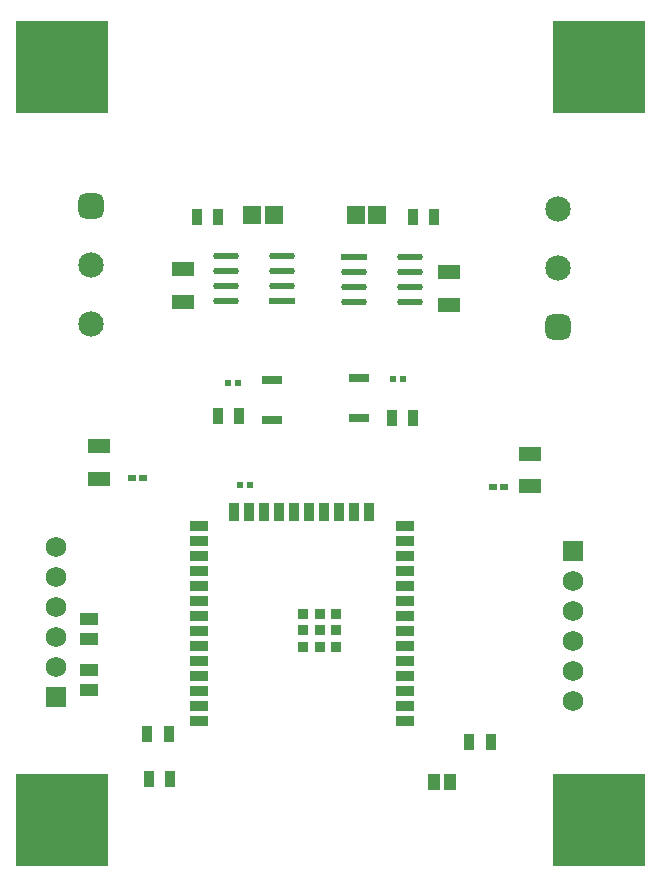
<source format=gts>
G04*
G04 #@! TF.GenerationSoftware,Altium Limited,Altium Designer,24.9.1 (31)*
G04*
G04 Layer_Color=8388736*
%FSLAX44Y44*%
%MOMM*%
G71*
G04*
G04 #@! TF.SameCoordinates,B23FE003-D99D-4249-9A33-D1736BEC5A34*
G04*
G04*
G04 #@! TF.FilePolarity,Negative*
G04*
G01*
G75*
%ADD14R,0.9500X1.4000*%
G04:AMPARAMS|DCode=16|XSize=2.1692mm|YSize=0.5821mm|CornerRadius=0.2911mm|HoleSize=0mm|Usage=FLASHONLY|Rotation=0.000|XOffset=0mm|YOffset=0mm|HoleType=Round|Shape=RoundedRectangle|*
%AMROUNDEDRECTD16*
21,1,2.1692,0.0000,0,0,0.0*
21,1,1.5870,0.5821,0,0,0.0*
1,1,0.5821,0.7935,0.0000*
1,1,0.5821,-0.7935,0.0000*
1,1,0.5821,-0.7935,0.0000*
1,1,0.5821,0.7935,0.0000*
%
%ADD16ROUNDEDRECTD16*%
%ADD17R,2.1692X0.5821*%
%ADD18R,1.5000X0.9000*%
%ADD19R,0.9000X1.5000*%
%ADD20R,0.9000X0.9000*%
%ADD21R,0.7000X0.5000*%
%ADD22R,1.7000X0.8000*%
%ADD24R,1.1046X1.3562*%
%ADD25R,0.5654X0.5725*%
%ADD26R,1.5046X1.5562*%
%ADD27R,1.9032X1.1532*%
%ADD28R,1.5532X1.0532*%
%ADD29R,7.8232X7.8232*%
%ADD30C,2.1532*%
G04:AMPARAMS|DCode=31|XSize=2.1532mm|YSize=2.1532mm|CornerRadius=0.5891mm|HoleSize=0mm|Usage=FLASHONLY|Rotation=270.000|XOffset=0mm|YOffset=0mm|HoleType=Round|Shape=RoundedRectangle|*
%AMROUNDEDRECTD31*
21,1,2.1532,0.9750,0,0,270.0*
21,1,0.9750,2.1532,0,0,270.0*
1,1,1.1782,-0.4875,-0.4875*
1,1,1.1782,-0.4875,0.4875*
1,1,1.1782,0.4875,0.4875*
1,1,1.1782,0.4875,-0.4875*
%
%ADD31ROUNDEDRECTD31*%
%ADD32R,1.7532X1.7532*%
%ADD33C,1.7532*%
D14*
X158390Y113030D02*
D03*
X176890D02*
D03*
X159660Y74930D02*
D03*
X178160D02*
D03*
X431080Y106680D02*
D03*
X449580D02*
D03*
X365400Y381000D02*
D03*
X383900D02*
D03*
X236580Y382270D02*
D03*
X218080D02*
D03*
X401680Y551180D02*
D03*
X383180D02*
D03*
X218800D02*
D03*
X200300D02*
D03*
D16*
X381000Y516890D02*
D03*
Y504190D02*
D03*
Y491490D02*
D03*
Y478790D02*
D03*
X333728D02*
D03*
Y491490D02*
D03*
Y504190D02*
D03*
X225284Y480060D02*
D03*
Y492760D02*
D03*
Y505460D02*
D03*
Y518160D02*
D03*
X272556D02*
D03*
Y505460D02*
D03*
Y492760D02*
D03*
D17*
X333728Y516890D02*
D03*
X272556Y480060D02*
D03*
D18*
X377060Y123930D02*
D03*
Y136630D02*
D03*
Y149330D02*
D03*
Y162030D02*
D03*
Y174730D02*
D03*
Y187430D02*
D03*
X377060Y200130D02*
D03*
X377060Y212830D02*
D03*
Y225530D02*
D03*
Y238230D02*
D03*
Y250930D02*
D03*
Y263630D02*
D03*
Y276330D02*
D03*
Y289030D02*
D03*
X202060D02*
D03*
Y276330D02*
D03*
Y263630D02*
D03*
Y250930D02*
D03*
Y238230D02*
D03*
Y225530D02*
D03*
Y212830D02*
D03*
X202060Y200130D02*
D03*
X202060Y187430D02*
D03*
Y174730D02*
D03*
Y162030D02*
D03*
Y149330D02*
D03*
X202060Y136630D02*
D03*
X202060Y123930D02*
D03*
D19*
X346660Y301530D02*
D03*
X333960D02*
D03*
X321260D02*
D03*
X308560D02*
D03*
X295860D02*
D03*
X283160D02*
D03*
X270460D02*
D03*
X257760D02*
D03*
X245060D02*
D03*
X232360D02*
D03*
D20*
X318560Y187130D02*
D03*
X304560Y187130D02*
D03*
X290560D02*
D03*
X318560Y201130D02*
D03*
X304560D02*
D03*
X290560Y201130D02*
D03*
X318560Y215130D02*
D03*
X304560D02*
D03*
X290560D02*
D03*
D21*
X146050Y330200D02*
D03*
X155050D02*
D03*
X451430Y322580D02*
D03*
X460430D02*
D03*
D22*
X337820Y414510D02*
D03*
Y380510D02*
D03*
X264160Y413240D02*
D03*
Y379240D02*
D03*
D24*
X401320Y72390D02*
D03*
X415336D02*
D03*
D25*
X236764Y323850D02*
D03*
X245836D02*
D03*
X226604Y410210D02*
D03*
X235676D02*
D03*
X366304Y414020D02*
D03*
X375376D02*
D03*
D26*
X353178Y552450D02*
D03*
X335162D02*
D03*
X265548D02*
D03*
X247532D02*
D03*
D27*
X414020Y503970D02*
D03*
Y476470D02*
D03*
X482600Y350300D02*
D03*
Y322800D02*
D03*
X189230Y506510D02*
D03*
Y479010D02*
D03*
X118110Y329150D02*
D03*
Y356650D02*
D03*
D28*
X109220Y167000D02*
D03*
Y150500D02*
D03*
Y193680D02*
D03*
Y210180D02*
D03*
D29*
X86360Y678180D02*
D03*
Y40640D02*
D03*
X541020Y678180D02*
D03*
X541020Y40640D02*
D03*
D30*
X110570Y460543D02*
D03*
X110570Y510542D02*
D03*
X506730Y557530D02*
D03*
X506730Y507530D02*
D03*
D31*
X110570Y560542D02*
D03*
X506730Y457530D02*
D03*
D32*
X81280Y144780D02*
D03*
X519430Y267970D02*
D03*
D33*
X81280Y170180D02*
D03*
Y195580D02*
D03*
Y220980D02*
D03*
Y246380D02*
D03*
Y271780D02*
D03*
X519430Y242570D02*
D03*
Y217170D02*
D03*
Y191770D02*
D03*
Y166370D02*
D03*
Y140970D02*
D03*
M02*

</source>
